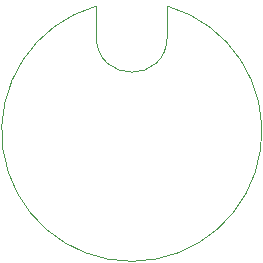
<source format=gbr>
G04 #@! TF.GenerationSoftware,KiCad,Pcbnew,5.99.0-unknown-4135f0c~100~ubuntu18.04.1*
G04 #@! TF.CreationDate,2019-10-31T11:44:12-04:00*
G04 #@! TF.ProjectId,psu,7073752e-6b69-4636-9164-5f7063625858,rev?*
G04 #@! TF.SameCoordinates,Original*
G04 #@! TF.FileFunction,Profile,NP*
%FSLAX46Y46*%
G04 Gerber Fmt 4.6, Leading zero omitted, Abs format (unit mm)*
G04 Created by KiCad (PCBNEW 5.99.0-unknown-4135f0c~100~ubuntu18.04.1) date 2019-10-31 11:44:12*
%MOMM*%
%LPD*%
G04 APERTURE LIST*
%ADD10C,0.050000*%
G04 APERTURE END LIST*
D10*
X203000000Y-89400002D02*
G75*
G02X197000001Y-89400001I-3000000J-10599998D01*
G01*
X197000000Y-92000000D02*
X197000001Y-89400001D01*
X203000000Y-92000000D02*
X203000000Y-89400000D01*
X203000000Y-92000000D02*
G75*
G02X197000000Y-92000000I-3000000J0D01*
G01*
M02*

</source>
